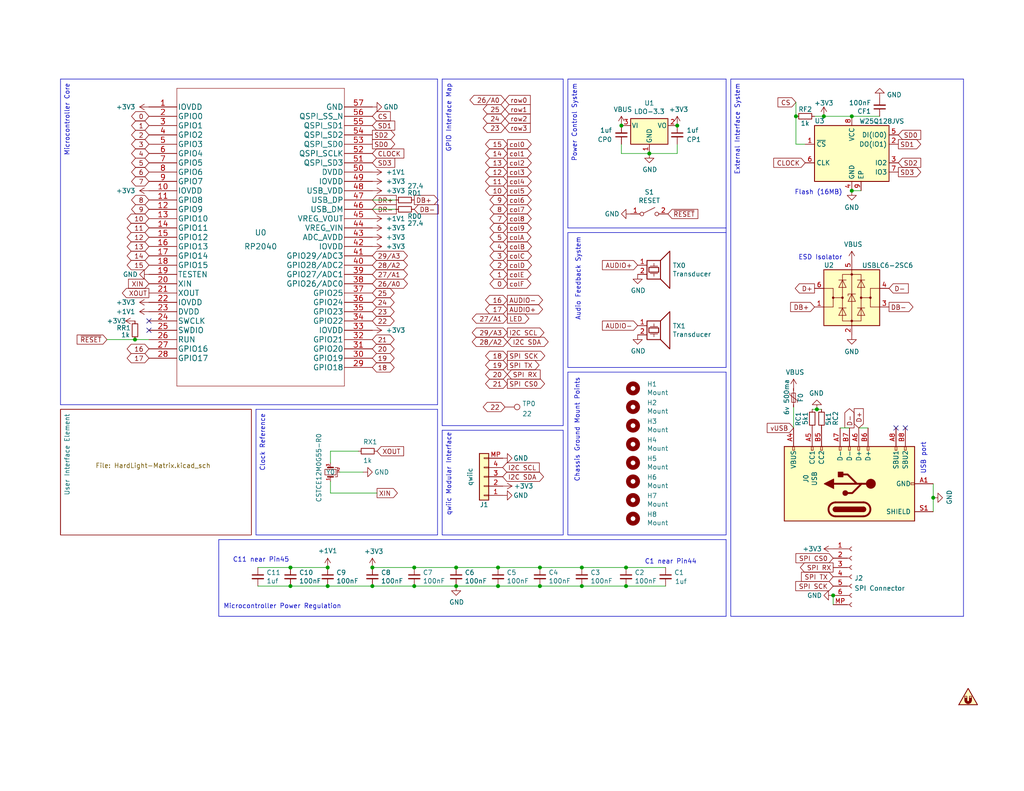
<source format=kicad_sch>
(kicad_sch (version 20230121) (generator eeschema)
  (paper "USLetter")
  (title_block (title "Hard Light") (date "2022-05-20") (rev "Mark 7") (company "Everywhere Defense Industries") (comment 1 "RP2040 main core"))
  (lib_symbols
    (symbol "+3V3_1" (power) (pin_names (offset 0))
      (property "Value" "+3V3_1" (at 0 3.556 0))
      (symbol "+3V3_1_1_1"
        (pin power_in line (at 0 0 90) (length 0) hide (name "+3V3") (number "1"))
      )
    )
    (symbol "Connector:Conn_01x07_Female" (pin_names (offset 1.016) hide)
      (property "Reference" "J2" (at 0.7112 -0.3615 0))
      (property "Value" "SPI Connector" (at 0.7112 -3.1366 0))
      (symbol "Conn_01x07_Female_1_1"
        (pin passive line (at -5.08 7.62 0) (length 3.81) (name "Pin_1") (number "1"))
        (pin passive line (at -5.08 5.08 0) (length 3.81) (name "Pin_2") (number "2"))
        (pin passive line (at -5.08 2.54 0) (length 3.81) (name "Pin_3") (number "3"))
        (pin passive line (at -5.08 0 0) (length 3.81) (name "Pin_4") (number "4"))
        (pin passive line (at -5.08 -2.54 0) (length 3.81) (name "Pin_5") (number "5"))
        (pin passive line (at -5.08 -5.08 0) (length 3.81) (name "Pin_6") (number "6"))
        (pin passive line (at -5.08 -7.62 0) (length 3.81) (name "MP") (number "MP"))
      )
    )
    (symbol "Connector:TestPoint" (pin_numbers hide) (pin_names (offset 0.762) hide)
      (property "Reference" "TP" (at 0 6.858 0))
      (property "Value" "TestPoint" (at 0 5.08 0))
      (symbol "TestPoint_1_1"
        (pin passive line (at 0 0 90) (length 2.54) (name "1") (number "1"))
      )
    )
    (symbol "Connector_Generic:Conn_01x05" (pin_names (offset 1.016) hide)
      (property "Reference" "J1" (at 0 7.62 0))
      (property "Value" "qwiic" (at -2.54 1.27 90))
      (symbol "Conn_01x05_1_1"
        (pin passive line (at -5.08 5.08 0) (length 3.81) (name "Pin_1") (number "1"))
        (pin passive line (at -5.08 2.54 0) (length 3.81) (name "Pin_2") (number "2"))
        (pin passive line (at -5.08 0 0) (length 3.81) (name "Pin_3") (number "3"))
        (pin passive line (at -5.08 -2.54 0) (length 3.81) (name "Pin_4") (number "4"))
        (pin passive line (at -5.08 -5.08 0) (length 3.81) (name "MP") (number "MP"))
      )
    )
    (symbol "Device:C_Small" (pin_numbers hide) (pin_names (offset 0.254) hide)
      (property "Reference" "C" (at 0.254 1.778 0))
      (property "Value" "Device_C_Small" (at 0.254 -2.032 0))
      (symbol "C_Small_1_1"
        (pin passive line (at 0 2.54 270) (length 2.032) (name "~") (number "1"))
        (pin passive line (at 0 -2.54 90) (length 2.032) (name "~") (number "2"))
      )
    )
    (symbol "Device:Crystal_GND2_Small" (pin_names (offset 1.016) hide)
      (property "Reference" "Y" (at 0 5.08 0))
      (property "Value" "Crystal_GND2_Small" (at 0 3.175 0))
      (symbol "Crystal_GND2_Small_1_1"
        (pin passive line (at -2.54 0 0) (length 1.27) (name "1") (number "1"))
        (pin passive line (at 0 -2.54 90) (length 0.635) (name "2") (number "2"))
        (pin passive line (at 2.54 0 180) (length 1.27) (name "3") (number "3"))
      )
    )
    (symbol "Device:Polyfuse_Small" (pin_numbers hide) (pin_names (offset 0))
      (property "Reference" "F" (at -1.905 0 90))
      (property "Value" "Device_Polyfuse_Small" (at 1.905 0 90))
      (symbol "Polyfuse_Small_1_1"
        (pin passive line (at 0 2.54 270) (length 0.635) (name "~") (number "1"))
        (pin passive line (at 0 -2.54 90) (length 0.635) (name "~") (number "2"))
      )
    )
    (symbol "Device:R_Small" (pin_numbers hide) (pin_names (offset 0.254) hide)
      (property "Reference" "R" (at 0.762 0.508 0))
      (property "Value" "Device_R_Small" (at 0.762 -1.016 0))
      (symbol "R_Small_1_1"
        (pin passive line (at 0 2.54 270) (length 0.762) (name "~") (number "1"))
        (pin passive line (at 0 -2.54 90) (length 0.762) (name "~") (number "2"))
      )
    )
    (symbol "Device:Speaker_Crystal" (pin_names (offset 0) hide)
      (property "Reference" "LS" (at 0.635 5.715 0))
      (property "Value" "Device_Speaker_Crystal" (at 0.635 3.81 0))
      (symbol "Speaker_Crystal_1_1"
        (pin input line (at -5.08 0 0) (length 2.54) (name "1") (number "1"))
        (pin input line (at -5.08 -2.54 0) (length 2.54) (name "2") (number "2"))
      )
    )
    (symbol "GND_1" (power) (pin_names (offset 0))
      (property "Value" "GND_1" (at 0 -3.81 0))
      (symbol "GND_1_1_1"
        (pin power_in line (at 0 0 270) (length 0) hide (name "GND") (number "1"))
      )
    )
    (symbol "Graphic:SYM_Magnet_Small" (pin_names (offset 1.016) hide))
    (symbol "HL-Mk2-rescue:USB_C_Receptacle_USB2.0-Connector" (pin_names (offset 1.016))
      (property "Reference" "J" (at -10.16 19.05 0))
      (property "Value" "USB_C_Receptacle_USB2.0-Connector" (at 19.05 19.05 0))
      (symbol "USB_C_Receptacle_USB2.0-Connector_1_1"
        (pin power_in line (at 0 -22.86 90) (length 5.08) (name "GND") (number "A1"))
        (pin passive line (at 0 -22.86 90) (length 5.08) hide (name "GND") (number "A12"))
        (pin power_in line (at 15.24 15.24 180) (length 5.08) (name "VBUS") (number "A4"))
        (pin bidirectional line (at 15.24 10.16 180) (length 5.08) (name "CC1") (number "A5"))
        (pin bidirectional line (at 15.24 -2.54 180) (length 5.08) (name "D+") (number "A6"))
        (pin bidirectional line (at 15.24 2.54 180) (length 5.08) (name "D-") (number "A7"))
        (pin bidirectional line (at 15.24 -12.7 180) (length 5.08) (name "SBU1") (number "A8"))
        (pin passive line (at 15.24 15.24 180) (length 5.08) hide (name "VBUS") (number "A9"))
        (pin passive line (at 0 -22.86 90) (length 5.08) hide (name "GND") (number "B1"))
        (pin passive line (at 0 -22.86 90) (length 5.08) hide (name "GND") (number "B12"))
        (pin passive line (at 15.24 15.24 180) (length 5.08) hide (name "VBUS") (number "B4"))
        (pin bidirectional line (at 15.24 7.62 180) (length 5.08) (name "CC2") (number "B5"))
        (pin bidirectional line (at 15.24 -5.08 180) (length 5.08) (name "D+") (number "B6"))
        (pin bidirectional line (at 15.24 0 180) (length 5.08) (name "D-") (number "B7"))
        (pin bidirectional line (at 15.24 -15.24 180) (length 5.08) (name "SBU2") (number "B8"))
        (pin passive line (at 15.24 15.24 180) (length 5.08) hide (name "VBUS") (number "B9"))
        (pin passive line (at -7.62 -22.86 90) (length 5.08) (name "SHIELD") (number "S1"))
      )
    )
    (symbol "Mechanical:MountingHole" (pin_names (offset 1.016))
      (property "Reference" "H" (at 0 5.08 0))
      (property "Value" "MountingHole" (at 0 3.175 0))
    )
    (symbol "Memory_Flash:W25Q32JVZP"
      (property "Reference" "U" (at -8.89 8.89 0))
      (property "Value" "W25Q32JVZP" (at 7.62 8.89 0))
      (symbol "W25Q32JVZP_1_1"
        (pin input line (at -12.7 2.54 0) (length 2.54) (name "~{CS}") (number "1"))
        (pin bidirectional line (at 12.7 2.54 180) (length 2.54) (name "DO(IO1)") (number "2"))
        (pin bidirectional line (at 12.7 -2.54 180) (length 2.54) (name "IO2") (number "3"))
        (pin power_in line (at 0 -10.16 90) (length 2.54) (name "GND") (number "4"))
        (pin bidirectional line (at 12.7 5.08 180) (length 2.54) (name "DI(IO0)") (number "5"))
        (pin input line (at -12.7 -2.54 0) (length 2.54) (name "CLK") (number "6"))
        (pin bidirectional line (at 12.7 -5.08 180) (length 2.54) (name "IO3") (number "7"))
        (pin power_in line (at 0 10.16 270) (length 2.54) (name "VCC") (number "8"))
        (pin passive line (at 2.54 -10.16 90) (length 2.54) (name "EP") (number "9"))
      )
    )
    (symbol "Power_Protection:USBLC6-2SC6" (pin_names hide)
      (property "Reference" "U" (at 2.54 8.89 0))
      (property "Value" "USBLC6-2SC6" (at 2.54 -8.89 0))
      (symbol "USBLC6-2SC6_1_1"
        (pin passive line (at -10.16 -2.54 0) (length 2.54) (name "I/O1") (number "1"))
        (pin passive line (at 0 -10.16 90) (length 2.54) (name "GND") (number "2"))
        (pin passive line (at 10.16 -2.54 180) (length 2.54) (name "I/O2") (number "3"))
        (pin passive line (at 10.16 2.54 180) (length 2.54) (name "I/O2") (number "4"))
        (pin passive line (at 0 10.16 270) (length 2.54) (name "VBUS") (number "5"))
        (pin passive line (at -10.16 2.54 0) (length 2.54) (name "I/O1") (number "6"))
      )
    )
    (symbol "RP2040:RP2040" (pin_names (offset 0.254))
      (property "Reference" "U" (at 30.48 10.16 0))
      (property "Value" "RP2040" (at 30.48 7.62 0))
      (symbol "RP2040_1_1"
        (pin power_in line (at 0 0 0) (length 7.62) (name "IOVDD") (number "1"))
        (pin power_in line (at 0 -22.86 0) (length 7.62) (name "IOVDD") (number "10"))
        (pin bidirectional line (at 0 -25.4 0) (length 7.62) (name "GPIO8") (number "11"))
        (pin bidirectional line (at 0 -27.94 0) (length 7.62) (name "GPIO9") (number "12"))
        (pin bidirectional line (at 0 -30.48 0) (length 7.62) (name "GPIO10") (number "13"))
        (pin bidirectional line (at 0 -33.02 0) (length 7.62) (name "GPIO11") (number "14"))
        (pin bidirectional line (at 0 -35.56 0) (length 7.62) (name "GPIO12") (number "15"))
        (pin bidirectional line (at 0 -38.1 0) (length 7.62) (name "GPIO13") (number "16"))
        (pin bidirectional line (at 0 -40.64 0) (length 7.62) (name "GPIO14") (number "17"))
        (pin bidirectional line (at 0 -43.18 0) (length 7.62) (name "GPIO15") (number "18"))
        (pin unspecified line (at 0 -45.72 0) (length 7.62) (name "TESTEN") (number "19"))
        (pin bidirectional line (at 0 -2.54 0) (length 7.62) (name "GPIO0") (number "2"))
        (pin unspecified line (at 0 -48.26 0) (length 7.62) (name "XIN") (number "20"))
        (pin output line (at 0 -50.8 0) (length 7.62) (name "XOUT") (number "21"))
        (pin power_in line (at 0 -53.34 0) (length 7.62) (name "IOVDD") (number "22"))
        (pin power_in line (at 0 -55.88 0) (length 7.62) (name "DVDD") (number "23"))
        (pin unspecified line (at 0 -58.42 0) (length 7.62) (name "SWCLK") (number "24"))
        (pin unspecified line (at 0 -60.96 0) (length 7.62) (name "SWDIO") (number "25"))
        (pin unspecified line (at 0 -63.5 0) (length 7.62) (name "RUN") (number "26"))
        (pin bidirectional line (at 0 -66.04 0) (length 7.62) (name "GPIO16") (number "27"))
        (pin bidirectional line (at 0 -68.58 0) (length 7.62) (name "GPIO17") (number "28"))
        (pin bidirectional line (at 60.96 -71.12 180) (length 7.62) (name "GPIO18") (number "29"))
        (pin bidirectional line (at 0 -5.08 0) (length 7.62) (name "GPIO1") (number "3"))
        (pin bidirectional line (at 60.96 -68.58 180) (length 7.62) (name "GPIO19") (number "30"))
        (pin bidirectional line (at 60.96 -66.04 180) (length 7.62) (name "GPIO20") (number "31"))
        (pin bidirectional line (at 60.96 -63.5 180) (length 7.62) (name "GPIO21") (number "32"))
        (pin power_in line (at 60.96 -60.96 180) (length 7.62) (name "IOVDD") (number "33"))
        (pin bidirectional line (at 60.96 -58.42 180) (length 7.62) (name "GPIO22") (number "34"))
        (pin bidirectional line (at 60.96 -55.88 180) (length 7.62) (name "GPIO23") (number "35"))
        (pin bidirectional line (at 60.96 -53.34 180) (length 7.62) (name "GPIO24") (number "36"))
        (pin bidirectional line (at 60.96 -50.8 180) (length 7.62) (name "GPIO25") (number "37"))
        (pin bidirectional line (at 60.96 -48.26 180) (length 7.62) (name "GPIO26/ADC0") (number "38"))
        (pin bidirectional line (at 60.96 -45.72 180) (length 7.62) (name "GPIO27/ADC1") (number "39"))
        (pin bidirectional line (at 0 -7.62 0) (length 7.62) (name "GPIO2") (number "4"))
        (pin bidirectional line (at 60.96 -43.18 180) (length 7.62) (name "GPIO28/ADC2") (number "40"))
        (pin bidirectional line (at 60.96 -40.64 180) (length 7.62) (name "GPIO29/ADC3") (number "41"))
        (pin power_in line (at 60.96 -38.1 180) (length 7.62) (name "IOVDD") (number "42"))
        (pin power_in line (at 60.96 -35.56 180) (length 7.62) (name "ADC_AVDD") (number "43"))
        (pin unspecified line (at 60.96 -33.02 180) (length 7.62) (name "VREG_VIN") (number "44"))
        (pin output line (at 60.96 -30.48 180) (length 7.62) (name "VREG_VOUT") (number "45"))
        (pin unspecified line (at 60.96 -27.94 180) (length 7.62) (name "USB_DM") (number "46"))
        (pin unspecified line (at 60.96 -25.4 180) (length 7.62) (name "USB_DP") (number "47"))
        (pin power_in line (at 60.96 -22.86 180) (length 7.62) (name "USB_VDD") (number "48"))
        (pin power_in line (at 60.96 -20.32 180) (length 7.62) (name "IOVDD") (number "49"))
        (pin bidirectional line (at 0 -10.16 0) (length 7.62) (name "GPIO3") (number "5"))
        (pin power_in line (at 60.96 -17.78 180) (length 7.62) (name "DVDD") (number "50"))
        (pin bidirectional line (at 60.96 -15.24 180) (length 7.62) (name "QSPI_SD3") (number "51"))
        (pin unspecified line (at 60.96 -12.7 180) (length 7.62) (name "QSPI_SCLK") (number "52"))
        (pin bidirectional line (at 60.96 -10.16 180) (length 7.62) (name "QSPI_SD0") (number "53"))
        (pin bidirectional line (at 60.96 -7.62 180) (length 7.62) (name "QSPI_SD2") (number "54"))
        (pin bidirectional line (at 60.96 -5.08 180) (length 7.62) (name "QSPI_SD1") (number "55"))
        (pin unspecified line (at 60.96 -2.54 180) (length 7.62) (name "QSPI_SS_N") (number "56"))
        (pin power_in line (at 60.96 0 180) (length 7.62) (name "GND") (number "57"))
        (pin bidirectional line (at 0 -12.7 0) (length 7.62) (name "GPIO4") (number "6"))
        (pin bidirectional line (at 0 -15.24 0) (length 7.62) (name "GPIO5") (number "7"))
        (pin bidirectional line (at 0 -17.78 0) (length 7.62) (name "GPIO6") (number "8"))
        (pin bidirectional line (at 0 -20.32 0) (length 7.62) (name "GPIO7") (number "9"))
      )
    )
    (symbol "Regulator_Linear:LD1117S33TR_SOT223" (pin_names (offset 0.254))
      (property "Reference" "U" (at -3.81 3.175 0))
      (property "Value" "Regulator_Linear_LD1117S33TR_SOT223" (at 0 3.175 0))
      (symbol "LD1117S33TR_SOT223_1_1"
        (pin power_in line (at 0 -7.62 90) (length 2.54) (name "GND") (number "1"))
        (pin power_out line (at 7.62 0 180) (length 2.54) (name "VO") (number "2"))
        (pin power_in line (at -7.62 0 0) (length 2.54) (name "VI") (number "3"))
      )
    )
    (symbol "Switch:SW_SPST" (pin_names (offset 0) hide)
      (property "Reference" "SW" (at 0 3.175 0))
      (property "Value" "Switch_SW_SPST" (at 0 -2.54 0))
      (symbol "SW_SPST_1_1"
        (pin passive line (at -5.08 0 0) (length 2.54) (name "A") (number "1"))
        (pin passive line (at 5.08 0 180) (length 2.54) (name "B") (number "2"))
      )
    )
    (symbol "power:+1V1" (power) (pin_names (offset 0))
      (property "Value" "+1V1" (at 0 3.556 0))
      (symbol "+1V1_1_1"
        (pin power_in line (at 0 0 90) (length 0) hide (name "+1V1") (number "1"))
      )
    )
    (symbol "power:+3V3" (power) (pin_names (offset 0))
      (property "Value" "power_+3V3" (at 0 3.556 0))
      (symbol "+3V3_1_1"
        (pin power_in line (at 0 0 90) (length 0) hide (name "+3V3") (number "1"))
      )
    )
    (symbol "power:GND" (power) (pin_names (offset 0))
      (property "Value" "power_GND" (at 0 -3.81 0))
      (symbol "GND_1_1"
        (pin power_in line (at 0 0 270) (length 0) hide (name "GND") (number "1"))
      )
    )
    (symbol "power:VBUS" (power) (pin_names (offset 0))
      (property "Value" "power_VBUS" (at 0 3.81 0))
      (symbol "VBUS_1_1"
        (pin power_in line (at 0 0 90) (length 0) hide (name "VBUS") (number "1"))
      )
    )
  )
  (junction (at 177.165 41.91))
  (junction (at 158.75 160.02))
  (junction (at 232.41 52.07))
  (junction (at 124.46 154.94))
  (junction (at 254.635 135.89))
  (junction (at 170.815 154.94))
  (junction (at 224.79 31.75))
  (junction (at 169.545 34.29))
  (junction (at 170.815 160.02))
  (junction (at 101.6 154.94))
  (junction (at 89.408 160.02))
  (junction (at 79.248 160.02))
  (junction (at 101.6 160.02))
  (junction (at 135.89 160.02))
  (junction (at 217.17 31.75))
  (junction (at 147.32 160.02))
  (junction (at 113.03 154.94))
  (junction (at 36.83 92.71))
  (junction (at 222.885 111.76))
  (junction (at 89.408 154.94))
  (junction (at 113.03 160.02))
  (junction (at 124.46 160.02))
  (junction (at 147.32 154.94))
  (junction (at 79.248 154.94))
  (junction (at 184.785 34.29))
  (junction (at 227.33 162.56))
  (junction (at 158.75 154.94))
  (junction (at 232.41 31.75))
  (junction (at 135.89 154.94))
  (no_connect (at 40.64 87.63))
  (no_connect (at 40.64 90.17))
  (no_connect (at 247.015 116.84))
  (no_connect (at 244.475 116.84))
  (wire (pts (xy 113.03 154.94) (xy 101.6 154.94)))
  (wire (pts (xy 224.79 31.75) (xy 232.41 31.75)))
  (polyline (pts (xy 69.85 111.76) (xy 69.85 146.05)))
  (wire (pts (xy 217.17 39.37) (xy 219.71 39.37)))
  (wire (pts (xy 89.408 160.02) (xy 101.6 160.02)))
  (polyline (pts (xy 154.94 100.33) (xy 198.12 100.33)))
  (wire (pts (xy 92.71 128.905) (xy 99.06 128.905)))
  (polyline (pts (xy 154.94 62.23) (xy 198.12 62.23)))
  (polyline (pts (xy 199.39 21.59) (xy 262.89 21.59)))
  (wire (pts (xy 236.855 116.84) (xy 234.315 116.84)))
  (polyline (pts (xy 119.38 110.49) (xy 16.51 110.49)))
  (polyline (pts (xy 198.12 101.6) (xy 198.12 146.05)))
  (wire (pts (xy 170.815 160.02) (xy 181.61 160.02)))
  (wire (pts (xy 232.41 52.07) (xy 234.95 52.07)))
  (wire (pts (xy 124.46 154.94) (xy 113.03 154.94)))
  (polyline (pts (xy 16.51 21.59) (xy 119.38 21.59)))
  (wire (pts (xy 135.89 154.94) (xy 124.46 154.94)))
  (polyline (pts (xy 120.65 116.205) (xy 153.67 116.205)))
  (polyline (pts (xy 120.65 21.59) (xy 120.65 116.205)))
  (polyline (pts (xy 262.89 168.275) (xy 199.39 168.275)))
  (polyline (pts (xy 198.12 21.59) (xy 198.12 62.23)))
  (wire (pts (xy 158.75 160.02) (xy 170.815 160.02)))
  (wire (pts (xy 222.885 111.76) (xy 221.615 111.76)))
  (polyline (pts (xy 154.94 101.6) (xy 198.12 101.6)))
  (wire (pts (xy 70.358 154.94) (xy 79.248 154.94)))
  (wire (pts (xy 184.785 41.91) (xy 184.785 39.37)))
  (wire (pts (xy 147.32 154.94) (xy 135.89 154.94)))
  (wire (pts (xy 79.248 154.94) (xy 89.408 154.94)))
  (wire (pts (xy 227.33 162.56) (xy 227.33 165.1)))
  (polyline (pts (xy 154.94 21.59) (xy 154.94 62.23)))
  (wire (pts (xy 170.815 154.94) (xy 181.61 154.94)))
  (wire (pts (xy 224.155 111.76) (xy 222.885 111.76)))
  (wire (pts (xy 90.17 134.62) (xy 102.87 134.62)))
  (polyline (pts (xy 59.69 168.275) (xy 59.69 147.32)))
  (wire (pts (xy 79.248 160.02) (xy 89.408 160.02)))
  (polyline (pts (xy 153.67 21.59) (xy 120.65 21.59)))
  (polyline (pts (xy 154.94 146.05) (xy 154.94 101.6)))
  (wire (pts (xy 222.25 31.75) (xy 224.79 31.75)))
  (polyline (pts (xy 69.85 146.05) (xy 119.38 146.05)))
  (wire (pts (xy 232.41 31.75) (xy 240.03 31.75)))
  (polyline (pts (xy 198.12 168.275) (xy 198.12 147.32)))
  (wire (pts (xy 158.75 154.94) (xy 170.815 154.94)))
  (polyline (pts (xy 198.12 63.5) (xy 154.94 63.5)))
  (polyline (pts (xy 120.65 146.05) (xy 153.67 146.05)))
  (polyline (pts (xy 153.67 117.475) (xy 120.65 117.475)))
  (wire (pts (xy 29.21 92.71) (xy 36.83 92.71)))
  (polyline (pts (xy 153.67 116.205) (xy 153.67 21.59)))
  (wire (pts (xy 147.32 160.02) (xy 135.89 160.02)))
  (wire (pts (xy 169.545 39.37) (xy 169.545 41.91)))
  (polyline (pts (xy 198.12 100.33) (xy 198.12 62.23)))
  (wire (pts (xy 36.83 92.71) (xy 40.64 92.71)))
  (wire (pts (xy 231.775 116.84) (xy 229.235 116.84)))
  (wire (pts (xy 177.165 41.91) (xy 184.785 41.91)))
  (wire (pts (xy 90.17 131.445) (xy 90.17 134.62)))
  (wire (pts (xy 217.17 31.75) (xy 217.17 39.37)))
  (wire (pts (xy 158.75 154.94) (xy 147.32 154.94)))
  (wire (pts (xy 216.535 111.125) (xy 216.535 116.84)))
  (polyline (pts (xy 119.38 111.76) (xy 119.38 146.05)))
  (wire (pts (xy 217.17 27.94) (xy 217.17 31.75)))
  (wire (pts (xy 113.03 160.02) (xy 101.6 160.02)))
  (wire (pts (xy 158.75 160.02) (xy 147.32 160.02)))
  (polyline (pts (xy 198.12 146.05) (xy 154.94 146.05)))
  (wire (pts (xy 70.358 160.02) (xy 79.248 160.02)))
  (polyline (pts (xy 16.51 110.49) (xy 16.51 21.59)))
  (wire (pts (xy 169.545 41.91) (xy 177.165 41.91)))
  (wire (pts (xy 101.6 57.15) (xy 107.95 57.15)))
  (polyline (pts (xy 119.38 21.59) (xy 119.38 110.49)))
  (wire (pts (xy 254.635 135.89) (xy 254.635 132.08)))
  (polyline (pts (xy 262.89 21.59) (xy 262.89 168.275)))
  (polyline (pts (xy 154.94 63.5) (xy 154.94 100.33)))
  (wire (pts (xy 90.17 123.19) (xy 90.17 126.365)))
  (polyline (pts (xy 198.12 21.59) (xy 154.94 21.59)))
  (wire (pts (xy 135.89 160.02) (xy 124.46 160.02)))
  (wire (pts (xy 90.17 123.19) (xy 97.79 123.19)))
  (polyline (pts (xy 199.39 168.275) (xy 199.39 21.59)))
  (wire (pts (xy 124.46 160.02) (xy 113.03 160.02)))
  (wire (pts (xy 101.6 54.61) (xy 107.95 54.61)))
  (wire (pts (xy 254.635 139.7) (xy 254.635 135.89)))
  (polyline (pts (xy 153.67 146.05) (xy 153.67 117.475)))
  (polyline (pts (xy 119.38 111.76) (xy 69.85 111.76)))
  (polyline (pts (xy 198.12 147.32) (xy 59.69 147.32)))
  (polyline (pts (xy 120.65 117.475) (xy 120.65 146.05)))
  (polyline (pts (xy 59.69 168.275) (xy 198.12 168.275)))
  (text "ESD Isolator" (at 229.87 71.12 0) (effects (font (size 1.27 1.27)) (justify right bottom)))
  (text "USB port" (at 252.73 129.54 90) (effects (font (size 1.27 1.27)) (justify left bottom)))
  (text "Audio Feedback System" (at 158.496 64.77 90) (effects (font (size 1.27 1.27)) (justify right bottom)))
  (text "Flash (16MB)" (at 229.87 53.34 0) (effects (font (size 1.27 1.27)) (justify right bottom)))
  (text "Microcontroller Core" (at 19.05 22.86 90) (effects (font (size 1.27 1.27)) (justify right bottom)))
  (text "qwiic Modular Interface" (at 123.19 118.11 90) (effects (font (size 1.27 1.27)) (justify right bottom)))
  (text "Chassis Ground Mount Points" (at 158.242 103.124 90) (effects (font (size 1.27 1.27)) (justify right bottom)))
  (text "C11 near Pin45" (at 63.5 153.67 0) (effects (font (size 1.27 1.27)) (justify left bottom)))
  (text "C1 near Pin44" (at 175.895 154.178 0) (effects (font (size 1.27 1.27)) (justify left bottom)))
  (text "Microcontroller Power Regulation" (at 60.96 166.37 0) (effects (font (size 1.27 1.27)) (justify left bottom)))
  (text "Power Control System" (at 157.48 22.86 90) (effects (font (size 1.27 1.27)) (justify right bottom)))
  (text "External Interface System" (at 201.93 22.86 90) (effects (font (size 1.27 1.27)) (justify right bottom)))
  (text "Clock Reference" (at 72.39 113.03 90) (effects (font (size 1.27 1.27)) (justify right bottom)))
  (text "GPIO Interface Map" (at 123.19 22.86 90) (effects (font (size 1.27 1.27)) (justify right bottom)))
  (global_label "vUSB" (shape input) (at 216.535 116.84 180) (property "Intersheetrefs" "${INTERSHEET_REFS}" (effects hide)))
  (global_label "XOUT" (shape input) (at 102.87 123.19 0) (property "Intersheetrefs" "${INTERSHEET_REFS}" (effects hide)))
  (global_label "CS" (shape input) (at 101.6 31.75 0) (property "Intersheetrefs" "${INTERSHEET_REFS}" (effects hide)))
  (global_label "I2C SCL" (shape output) (at 138.43 90.805 0) (property "Intersheetrefs" "${INTERSHEET_REFS}" (effects hide)))
  (global_label "AUDIO+" (shape input) (at 173.99 72.39 180) (property "Intersheetrefs" "${INTERSHEET_REFS}" (effects hide)))
  (global_label "2" (shape bidirectional) (at 138.43 72.39 180) (property "Intersheetrefs" "${INTERSHEET_REFS}" (effects hide)))
  (global_label "col8" (shape output) (at 138.43 59.69 0) (property "Intersheetrefs" "${INTERSHEET_REFS}" (effects hide)))
  (global_label "19" (shape bidirectional) (at 101.6 97.79 0) (property "Intersheetrefs" "${INTERSHEET_REFS}" (effects hide)))
  (global_label "25" (shape bidirectional) (at 137.795 29.845 180) (property "Intersheetrefs" "${INTERSHEET_REFS}" (effects hide)))
  (global_label "col1" (shape output) (at 138.43 41.91 0) (property "Intersheetrefs" "${INTERSHEET_REFS}" (effects hide)))
  (global_label "SD1" (shape output) (at 245.11 39.37 0) (property "Intersheetrefs" "${INTERSHEET_REFS}" (effects hide)))
  (global_label "col0" (shape output) (at 138.43 39.37 0) (property "Intersheetrefs" "${INTERSHEET_REFS}" (effects hide)))
  (global_label "16" (shape bidirectional) (at 138.43 81.915 180) (property "Intersheetrefs" "${INTERSHEET_REFS}" (effects hide)))
  (global_label "I2C SDA" (shape bidirectional) (at 137.16 130.175 0) (property "Intersheetrefs" "${INTERSHEET_REFS}" (effects hide)))
  (global_label "DB-" (shape input) (at 113.03 57.15 0) (property "Intersheetrefs" "${INTERSHEET_REFS}" (effects hide)))
  (global_label "7" (shape bidirectional) (at 138.43 59.69 180) (property "Intersheetrefs" "${INTERSHEET_REFS}" (effects hide)))
  (global_label "colF" (shape output) (at 138.43 77.47 0) (property "Intersheetrefs" "${INTERSHEET_REFS}" (effects hide)))
  (global_label "1" (shape bidirectional) (at 138.43 74.93 180) (property "Intersheetrefs" "${INTERSHEET_REFS}" (effects hide)))
  (global_label "D+" (shape output) (at 222.25 78.74 180) (property "Intersheetrefs" "${INTERSHEET_REFS}" (effects hide)))
  (global_label "26{slash}A0" (shape bidirectional) (at 137.795 27.305 180) (property "Intersheetrefs" "${INTERSHEET_REFS}" (effects hide)))
  (global_label "col6" (shape output) (at 138.43 54.61 0) (property "Intersheetrefs" "${INTERSHEET_REFS}" (effects hide)))
  (global_label "colB" (shape output) (at 138.43 67.31 0) (property "Intersheetrefs" "${INTERSHEET_REFS}" (effects hide)))
  (global_label "0" (shape bidirectional) (at 40.64 31.75 180) (property "Intersheetrefs" "${INTERSHEET_REFS}" (effects hide)))
  (global_label "D-" (shape output) (at 231.775 116.84 90) (property "Intersheetrefs" "${INTERSHEET_REFS}" (effects hide)))
  (global_label "11" (shape bidirectional) (at 40.64 62.23 180) (property "Intersheetrefs" "${INTERSHEET_REFS}" (effects hide)))
  (global_label "CS" (shape input) (at 217.17 27.94 180) (property "Intersheetrefs" "${INTERSHEET_REFS}" (effects hide)))
  (global_label "24" (shape bidirectional) (at 101.6 82.55 0) (property "Intersheetrefs" "${INTERSHEET_REFS}" (effects hide)))
  (global_label "CLOCK" (shape input) (at 101.6 41.91 0) (property "Intersheetrefs" "${INTERSHEET_REFS}" (effects hide)))
  (global_label "5" (shape bidirectional) (at 138.43 64.77 180) (property "Intersheetrefs" "${INTERSHEET_REFS}" (effects hide)))
  (global_label "25" (shape bidirectional) (at 101.6 80.01 0) (property "Intersheetrefs" "${INTERSHEET_REFS}" (effects hide)))
  (global_label "AUDIO-" (shape input) (at 173.99 88.9 180) (property "Intersheetrefs" "${INTERSHEET_REFS}" (effects hide)))
  (global_label "SD3" (shape output) (at 245.11 46.99 0) (property "Intersheetrefs" "${INTERSHEET_REFS}" (effects hide)))
  (global_label "20" (shape bidirectional) (at 138.43 102.235 180) (property "Intersheetrefs" "${INTERSHEET_REFS}" (effects hide)))
  (global_label "SD3" (shape input) (at 101.6 44.45 0) (property "Intersheetrefs" "${INTERSHEET_REFS}" (effects hide)))
  (global_label "3" (shape bidirectional) (at 40.64 39.37 180) (property "Intersheetrefs" "${INTERSHEET_REFS}" (effects hide)))
  (global_label "~{RESET}" (shape input) (at 29.21 92.71 180) (property "Intersheetrefs" "${INTERSHEET_REFS}" (effects hide)))
  (global_label "9" (shape bidirectional) (at 138.43 54.61 180) (property "Intersheetrefs" "${INTERSHEET_REFS}" (effects hide)))
  (global_label "12" (shape bidirectional) (at 138.43 46.99 180) (property "Intersheetrefs" "${INTERSHEET_REFS}" (effects hide)))
  (global_label "27{slash}A1" (shape bidirectional) (at 101.6 74.93 0) (property "Intersheetrefs" "${INTERSHEET_REFS}" (effects hide)))
  (global_label "CLOCK" (shape input) (at 219.71 44.45 180) (property "Intersheetrefs" "${INTERSHEET_REFS}" (effects hide)))
  (global_label "24" (shape bidirectional) (at 137.795 32.385 180) (property "Intersheetrefs" "${INTERSHEET_REFS}" (effects hide)))
  (global_label "DB+" (shape input) (at 222.25 83.82 180) (property "Intersheetrefs" "${INTERSHEET_REFS}" (effects hide)))
  (global_label "13" (shape bidirectional) (at 40.64 67.31 180) (property "Intersheetrefs" "${INTERSHEET_REFS}" (effects hide)))
  (global_label "SD1" (shape input) (at 101.6 34.29 0) (property "Intersheetrefs" "${INTERSHEET_REFS}" (effects hide)))
  (global_label "colD" (shape output) (at 138.43 72.39 0) (property "Intersheetrefs" "${INTERSHEET_REFS}" (effects hide)))
  (global_label "21" (shape bidirectional) (at 101.6 92.71 0) (property "Intersheetrefs" "${INTERSHEET_REFS}" (effects hide)))
  (global_label "XIN" (shape input) (at 40.64 77.47 180) (property "Intersheetrefs" "${INTERSHEET_REFS}" (effects hide)))
  (global_label "7" (shape bidirectional) (at 40.64 49.53 180) (property "Intersheetrefs" "${INTERSHEET_REFS}" (effects hide)))
  (global_label "~{RESET}" (shape input) (at 182.245 58.42 0) (property "Intersheetrefs" "${INTERSHEET_REFS}" (effects hide)))
  (global_label "28{slash}A2" (shape bidirectional) (at 138.43 93.345 180) (property "Intersheetrefs" "${INTERSHEET_REFS}" (effects hide)))
  (global_label "col2" (shape output) (at 138.43 44.45 0) (property "Intersheetrefs" "${INTERSHEET_REFS}" (effects hide)))
  (global_label "18" (shape bidirectional) (at 138.43 97.155 180) (property "Intersheetrefs" "${INTERSHEET_REFS}" (effects hide)))
  (global_label "2" (shape bidirectional) (at 40.64 36.83 180) (property "Intersheetrefs" "${INTERSHEET_REFS}" (effects hide)))
  (global_label "15" (shape bidirectional) (at 138.43 39.37 180) (property "Intersheetrefs" "${INTERSHEET_REFS}" (effects hide)))
  (global_label "14" (shape bidirectional) (at 40.64 69.85 180) (property "Intersheetrefs" "${INTERSHEET_REFS}" (effects hide)))
  (global_label "15" (shape bidirectional) (at 40.64 72.39 180) (property "Intersheetrefs" "${INTERSHEET_REFS}" (effects hide)))
  (global_label "SD0" (shape input) (at 245.11 36.83 0) (property "Intersheetrefs" "${INTERSHEET_REFS}" (effects hide)))
  (global_label "D-" (shape input) (at 242.57 78.74 0) (property "Intersheetrefs" "${INTERSHEET_REFS}" (effects hide)))
  (global_label "XIN" (shape output) (at 102.87 134.62 0) (property "Intersheetrefs" "${INTERSHEET_REFS}" (effects hide)))
  (global_label "8" (shape bidirectional) (at 138.43 57.15 180) (property "Intersheetrefs" "${INTERSHEET_REFS}" (effects hide)))
  (global_label "SD0" (shape output) (at 101.6 39.37 0) (property "Intersheetrefs" "${INTERSHEET_REFS}" (effects hide)))
  (global_label "0" (shape bidirectional) (at 138.43 77.47 180) (property "Intersheetrefs" "${INTERSHEET_REFS}" (effects hide)))
  (global_label "28{slash}A2" (shape bidirectional) (at 101.6 72.39 0) (property "Intersheetrefs" "${INTERSHEET_REFS}" (effects hide)))
  (global_label "AUDIO-" (shape output) (at 138.43 81.915 0) (property "Intersheetrefs" "${INTERSHEET_REFS}" (effects hide)))
  (global_label "26{slash}A0" (shape bidirectional) (at 101.6 77.47 0) (property "Intersheetrefs" "${INTERSHEET_REFS}" (effects hide)))
  (global_label "22" (shape bidirectional) (at 137.795 111.125 180) (property "Intersheetrefs" "${INTERSHEET_REFS}" (effects hide)))
  (global_label "DB+" (shape output) (at 113.03 54.61 0) (property "Intersheetrefs" "${INTERSHEET_REFS}" (effects hide)))
  (global_label "8" (shape bidirectional) (at 40.64 54.61 180) (property "Intersheetrefs" "${INTERSHEET_REFS}" (effects hide)))
  (global_label "9" (shape bidirectional) (at 40.64 57.15 180) (property "Intersheetrefs" "${INTERSHEET_REFS}" (effects hide)))
  (global_label "col9" (shape output) (at 138.43 62.23 0) (property "Intersheetrefs" "${INTERSHEET_REFS}" (effects hide)))
  (global_label "16" (shape bidirectional) (at 40.64 95.25 180) (property "Intersheetrefs" "${INTERSHEET_REFS}" (effects hide)))
  (global_label "col3" (shape output) (at 138.43 46.99 0) (property "Intersheetrefs" "${INTERSHEET_REFS}" (effects hide)))
  (global_label "row2" (shape input) (at 137.795 32.385 0) (property "Intersheetrefs" "${INTERSHEET_REFS}" (effects hide)))
  (global_label "23" (shape bidirectional) (at 101.6 85.09 0) (property "Intersheetrefs" "${INTERSHEET_REFS}" (effects hide)))
  (global_label "17" (shape bidirectional) (at 40.64 97.79 180) (property "Intersheetrefs" "${INTERSHEET_REFS}" (effects hide)))
  (global_label "AUDIO+" (shape output) (at 138.43 84.455 0) (property "Intersheetrefs" "${INTERSHEET_REFS}" (effects hide)))
  (global_label "29{slash}A3" (shape bidirectional) (at 138.43 90.805 180) (property "Intersheetrefs" "${INTERSHEET_REFS}" (effects hide)))
  (global_label "SPI TX" (shape output) (at 138.43 99.695 0) (property "Intersheetrefs" "${INTERSHEET_REFS}" (effects hide)))
  (global_label "12" (shape bidirectional) (at 40.64 64.77 180) (property "Intersheetrefs" "${INTERSHEET_REFS}" (effects hide)))
  (global_label "colA" (shape output) (at 138.43 64.77 0) (property "Intersheetrefs" "${INTERSHEET_REFS}" (effects hide)))
  (global_label "10" (shape bidirectional) (at 138.43 52.07 180) (property "Intersheetrefs" "${INTERSHEET_REFS}" (effects hide)))
  (global_label "I2C SCL" (shape input) (at 137.16 127.635 0) (property "Intersheetrefs" "${INTERSHEET_REFS}" (effects hide)))
  (global_label "colE" (shape output) (at 138.43 74.93 0) (property "Intersheetrefs" "${INTERSHEET_REFS}" (effects hide)))
  (global_label "6" (shape bidirectional) (at 40.64 46.99 180) (property "Intersheetrefs" "${INTERSHEET_REFS}" (effects hide)))
  (global_label "SPI CS0" (shape output) (at 138.43 104.775 0) (property "Intersheetrefs" "${INTERSHEET_REFS}" (effects hide)))
  (global_label "29{slash}A3" (shape bidirectional) (at 101.6 69.85 0) (property "Intersheetrefs" "${INTERSHEET_REFS}" (effects hide)))
  (global_label "row1" (shape input) (at 137.795 29.845 0) (property "Intersheetrefs" "${INTERSHEET_REFS}" (effects hide)))
  (global_label "SPI RX" (shape input) (at 138.43 102.235 0) (property "Intersheetrefs" "${INTERSHEET_REFS}" (effects hide)))
  (global_label "col4" (shape output) (at 138.43 49.53 0) (property "Intersheetrefs" "${INTERSHEET_REFS}" (effects hide)))
  (global_label "4" (shape bidirectional) (at 40.64 41.91 180) (property "Intersheetrefs" "${INTERSHEET_REFS}" (effects hide)))
  (global_label "D+" (shape input) (at 234.315 116.84 90) (property "Intersheetrefs" "${INTERSHEET_REFS}" (effects hide)))
  (global_label "SPI SCK" (shape output) (at 138.43 97.155 0) (property "Intersheetrefs" "${INTERSHEET_REFS}" (effects hide)))
  (global_label "SD2" (shape input) (at 245.11 44.45 0) (property "Intersheetrefs" "${INTERSHEET_REFS}" (effects hide)))
  (global_label "row3" (shape input) (at 137.795 34.925 0) (property "Intersheetrefs" "${INTERSHEET_REFS}" (effects hide)))
  (global_label "23" (shape bidirectional) (at 137.795 34.925 180) (property "Intersheetrefs" "${INTERSHEET_REFS}" (effects hide)))
  (global_label "DR+" (shape input) (at 101.6 54.61 0) (property "Intersheetrefs" "${INTERSHEET_REFS}" (effects hide)))
  (global_label "SPI CS0" (shape input) (at 227.33 152.4 180) (property "Intersheetrefs" "${INTERSHEET_REFS}" (effects hide)))
  (global_label "SD2" (shape output) (at 101.6 36.83 0) (property "Intersheetrefs" "${INTERSHEET_REFS}" (effects hide)))
  (global_label "13" (shape bidirectional) (at 138.43 44.45 180) (property "Intersheetrefs" "${INTERSHEET_REFS}" (effects hide)))
  (global_label "SPI TX" (shape input) (at 227.33 157.48 180) (property "Intersheetrefs" "${INTERSHEET_REFS}" (effects hide)))
  (global_label "27{slash}A1" (shape bidirectional) (at 138.43 86.995 180) (property "Intersheetrefs" "${INTERSHEET_REFS}" (effects hide)))
  (global_label "4" (shape bidirectional) (at 138.43 67.31 180) (property "Intersheetrefs" "${INTERSHEET_REFS}" (effects hide)))
  (global_label "6" (shape bidirectional) (at 138.43 62.23 180) (property "Intersheetrefs" "${INTERSHEET_REFS}" (effects hide)))
  (global_label "11" (shape bidirectional) (at 138.43 49.53 180) (property "Intersheetrefs" "${INTERSHEET_REFS}" (effects hide)))
  (global_label "17" (shape bidirectional) (at 138.43 84.455 180) (property "Intersheetrefs" "${INTERSHEET_REFS}" (effects hide)))
  (global_label "SPI SCK" (shape input) (at 227.33 160.02 180) (property "Intersheetrefs" "${INTERSHEET_REFS}" (effects hide)))
  (global_label "5" (shape bidirectional) (at 40.64 44.45 180) (property "Intersheetrefs" "${INTERSHEET_REFS}" (effects hide)))
  (global_label "I2C SDA" (shape bidirectional) (at 138.43 93.345 0) (property "Intersheetrefs" "${INTERSHEET_REFS}" (effects hide)))
  (global_label "XOUT" (shape output) (at 40.64 80.01 180) (property "Intersheetrefs" "${INTERSHEET_REFS}" (effects hide)))
  (global_label "3" (shape bidirectional) (at 138.43 69.85 180) (property "Intersheetrefs" "${INTERSHEET_REFS}" (effects hide)))
  (global_label "21" (shape bidirectional) (at 138.43 104.775 180) (property "Intersheetrefs" "${INTERSHEET_REFS}" (effects hide)))
  (global_label "col7" (shape output) (at 138.43 57.15 0) (property "Intersheetrefs" "${INTERSHEET_REFS}" (effects hide)))
  (global_label "col5" (shape output) (at 138.43 52.07 0) (property "Intersheetrefs" "${INTERSHEET_REFS}" (effects hide)))
  (global_label "colC" (shape output) (at 138.43 69.85 0) (property "Intersheetrefs" "${INTERSHEET_REFS}" (effects hide)))
  (global_label "19" (shape bidirectional) (at 138.43 99.695 180) (property "Intersheetrefs" "${INTERSHEET_REFS}" (effects hide)))
  (global_label "DR-" (shape input) (at 101.6 57.15 0) (property "Intersheetrefs" "${INTERSHEET_REFS}" (effects hide)))
  (global_label "18" (shape bidirectional) (at 101.6 100.33 0) (property "Intersheetrefs" "${INTERSHEET_REFS}" (effects hide)))
  (global_label "LED" (shape output) (at 138.43 86.995 0) (property "Intersheetrefs" "${INTERSHEET_REFS}" (effects hide)))
  (global_label "20" (shape bidirectional) (at 101.6 95.25 0) (property "Intersheetrefs" "${INTERSHEET_REFS}" (effects hide)))
  (global_label "10" (shape bidirectional) (at 40.64 59.69 180) (property "Intersheetrefs" "${INTERSHEET_REFS}" (effects hide)))
  (global_label "1" (shape bidirectional) (at 40.64 34.29 180) (property "Intersheetrefs" "${INTERSHEET_REFS}" (effects hide)))
  (global_label "14" (shape bidirectional) (at 138.43 41.91 180) (property "Intersheetrefs" "${INTERSHEET_REFS}" (effects hide)))
  (global_label "SPI RX" (shape output) (at 227.33 154.94 180) (property "Intersheetrefs" "${INTERSHEET_REFS}" (effects hide)))
  (global_label "22" (shape bidirectional) (at 101.6 87.63 0) (property "Intersheetrefs" "${INTERSHEET_REFS}" (effects hide)))
  (global_label "DB-" (shape output) (at 242.57 83.82 0) (property "Intersheetrefs" "${INTERSHEET_REFS}" (effects hide)))
  (global_label "row0" (shape input) (at 137.795 27.305 0) (property "Intersheetrefs" "${INTERSHEET_REFS}" (effects hide)))
  (symbol (lib_id "power:GND") (at 40.64 74.93 270) (unit 1)
    (property "Reference" "#PWR0102" (effects hide))
    (property "Value" "GND" (at 35.56 74.93 90))
  )
  (symbol (lib_id "Device:C_Small") (at 181.61 157.48 0) (unit 1)
    (property "Reference" "C1" (at 183.9468 156.3116 0) (effects (justify left)))
    (property "Value" "1uf" (at 184.15 158.75 0) (effects (justify left)))
    (property "Footprint" "EDI:Passive_0402_1005Metric" (effects hide))
    (property "LCSC" "C52923" (effects hide))
  )
  (symbol (lib_id "Device:C_Small") (at 158.75 157.48 0) (unit 1)
    (property "Reference" "C3" (at 161.0868 156.3116 0) (effects (justify left)))
    (property "Value" "100nF" (at 161.0868 158.623 0) (effects (justify left)))
    (property "Footprint" "EDI:Passive_0402_1005Metric" (effects hide))
    (property "LCSC" "C1525" (effects hide))
  )
  (symbol (lib_id "Device:C_Small") (at 147.32 157.48 0) (unit 1)
    (property "Reference" "C4" (at 149.6568 156.3116 0) (effects (justify left)))
    (property "Value" "100nF" (at 149.6568 158.623 0) (effects (justify left)))
    (property "Footprint" "EDI:Passive_0402_1005Metric" (effects hide))
    (property "LCSC" "C1525" (effects hide))
  )
  (symbol (lib_id "power:GND") (at 124.46 160.02 0) (unit 1)
    (property "Reference" "#PWR0104" (effects hide))
    (property "Value" "GND" (at 124.587 164.4142 0))
  )
  (symbol (lib_id "Regulator_Linear:LD1117S33TR_SOT223") (at 177.165 34.29 0) (unit 1)
    (property "Reference" "U1" (at 177.165 28.1432 0))
    (property "Value" "LDO-3.3" (at 177.165 30.4546 0))
    (property "Footprint" "Package_TO_SOT_SMD:SOT-23" (effects hide))
    (property "Datasheet" "http://www.st.com/st-web-ui/static/active/en/resource/technical/document/datasheet/CD00000544.pdf" (effects hide))
    (property "LCSC" "C83932" (effects hide))
  )
  (symbol (lib_id "power:GND") (at 177.165 41.91 0) (unit 1)
    (property "Reference" "#PWR0105" (effects hide))
    (property "Value" "GND" (at 177.292 46.3042 0))
  )
  (symbol (lib_id "power:+3V3") (at 184.785 34.29 0) (unit 1)
    (property "Reference" "#PWR0106" (effects hide))
    (property "Value" "+3V3" (at 185.166 29.8958 0))
  )
  (symbol (lib_id "power:VBUS") (at 169.545 34.29 0) (unit 1)
    (property "Reference" "#PWR0107" (effects hide))
    (property "Value" "VBUS" (at 169.926 29.8958 0))
  )
  (symbol (lib_id "HL-Mk2-rescue:USB_C_Receptacle_USB2.0-Connector") (at 231.775 132.08 90) (unit 1)
    (property "Reference" "J0" (at 219.9132 130.683 0))
    (property "Value" "USB" (at 222.2246 130.683 0))
    (property "Footprint" "Connector_USB:USB_C_Receptacle_HRO_TYPE-C-31-M-12" (effects hide))
    (property "LCSC" "C167321" (effects hide))
  )
  (symbol (lib_id "power:GND") (at 254.635 135.89 90) (unit 1)
    (property "Reference" "#PWR0108" (effects hide))
    (property "Value" "GND" (at 259.0292 135.763 0))
  )
  (symbol (lib_id "power:VBUS") (at 216.535 106.045 0) (unit 1)
    (property "Reference" "#PWR0109" (effects hide))
    (property "Value" "VBUS" (at 216.916 101.6508 0))
  )
  (symbol (lib_id "Mechanical:MountingHole") (at 172.72 106.045 270) (unit 1)
    (property "Reference" "H1" (at 176.53 104.8766 90) (effects (justify left)))
    (property "Value" "Mount" (at 176.53 107.188 90) (effects (justify left)))
    (property "Footprint" "MountingHole:MountingHole_3.2mm_M3" (effects hide))
  )
  (symbol (lib_id "Mechanical:MountingHole") (at 172.72 111.125 270) (unit 1)
    (property "Reference" "H2" (at 176.53 109.9566 90) (effects (justify left)))
    (property "Value" "Mount" (at 176.53 112.268 90) (effects (justify left)))
    (property "Footprint" "MountingHole:MountingHole_3.2mm_M3" (effects hide))
  )
  (symbol (lib_id "Mechanical:MountingHole") (at 172.72 116.205 270) (unit 1)
    (property "Reference" "H3" (at 176.53 115.0366 90) (effects (justify left)))
    (property "Value" "Mount" (at 176.53 117.348 90) (effects (justify left)))
    (property "Footprint" "MountingHole:MountingHole_3.2mm_M3" (effects hide))
  )
  (symbol (lib_id "Mechanical:MountingHole") (at 172.72 121.285 270) (unit 1)
    (property "Reference" "H4" (at 176.53 120.1166 90) (effects (justify left)))
    (property "Value" "Mount" (at 176.53 122.428 90) (effects (justify left)))
    (property "Footprint" "MountingHole:MountingHole_3.2mm_M3" (effects hide))
  )
  (symbol (lib_id "Mechanical:MountingHole") (at 172.72 126.365 270) (unit 1)
    (property "Reference" "H5" (at 176.53 125.1966 90) (effects (justify left)))
    (property "Value" "Mount" (at 176.53 127.508 90) (effects (justify left)))
    (property "Footprint" "MountingHole:MountingHole_3.2mm_M3" (effects hide))
  )
  (symbol (lib_id "Mechanical:MountingHole") (at 172.72 131.445 270) (unit 1)
    (property "Reference" "H6" (at 176.53 130.2766 90) (effects (justify left)))
    (property "Value" "Mount" (at 176.53 132.588 90) (effects (justify left)))
    (property "Footprint" "MountingHole:MountingHole_3.2mm_M3" (effects hide))
  )
  (symbol (lib_id "Device:C_Small") (at 135.89 157.48 0) (unit 1)
    (property "Reference" "C5" (at 138.2268 156.3116 0) (effects (justify left)))
    (property "Value" "100nF" (at 138.2268 158.623 0) (effects (justify left)))
    (property "Footprint" "EDI:Passive_0402_1005Metric" (effects hide))
    (property "LCSC" "C1525" (effects hide))
  )
  (symbol (lib_id "Device:R_Small") (at 224.155 114.3 0) (unit 1)
    (property "Reference" "RC2" (at 227.965 116.205 90) (effects (justify left)))
    (property "Value" "5k1" (at 226.06 116.205 90) (effects (justify left)))
    (property "Footprint" "EDI:Passive_0402_1005Metric" (effects hide))
    (property "LCSC" "C25905" (effects hide))
  )
  (symbol (lib_id "Device:R_Small") (at 221.615 114.3 180) (unit 1)
    (property "Reference" "RC1" (at 217.805 112.395 90) (effects (justify left)))
    (property "Value" "5k1" (at 219.71 112.395 90) (effects (justify left)))
    (property "Footprint" "EDI:Passive_0402_1005Metric" (effects hide))
    (property "LCSC" "C25905" (effects hide))
  )
  (symbol (lib_id "power:GND") (at 222.885 111.76 180) (unit 1)
    (property "Reference" "#PWR0113" (effects hide))
    (property "Value" "GND" (at 222.758 107.3658 0))
  )
  (symbol (lib_id "power:+3V3") (at 101.6 154.94 0) (unit 1)
    (property "Reference" "#PWR0103" (effects hide))
    (property "Value" "+3V3" (at 101.981 150.5458 0))
  )
  (symbol (lib_id "Device:Speaker_Crystal") (at 179.07 72.39 0) (unit 1)
    (property "Reference" "TX0" (at 183.515 72.4916 0) (effects (justify left)))
    (property "Value" "Transducer" (at 183.515 74.803 0) (effects (justify left)))
    (property "Footprint" "Buzzer_Beeper:Buzzer_CUI_CPT-9019S-SMT" (effects hide))
    (property "LCSC" "C391035" (effects hide))
  )
  (symbol (lib_id "power:GND") (at 173.99 74.93 0) (unit 1)
    (property "Reference" "#PWR0115" (effects hide))
    (property "Value" "GND" (at 174.117 79.3242 0))
  )
  (symbol (lib_id "Device:Speaker_Crystal") (at 179.07 88.9 0) (unit 1)
    (property "Reference" "TX1" (at 183.515 89.0016 0) (effects (justify left)))
    (property "Value" "Transducer" (at 183.515 91.313 0) (effects (justify left)))
    (property "Footprint" "Buzzer_Beeper:Buzzer_CUI_CPT-9019S-SMT" (effects hide))
    (property "LCSC" "C391035" (effects hide))
  )
  (symbol (lib_id "power:GND") (at 173.99 91.44 0) (unit 1)
    (property "Reference" "#PWR0119" (effects hide))
    (property "Value" "GND" (at 174.117 95.8342 0))
  )
  (symbol (lib_id "Device:Polyfuse_Small") (at 216.535 108.585 180) (unit 1)
    (property "Reference" "F0" (at 218.44 107.315 90) (effects (justify left)))
    (property "Value" "6v 500ma" (at 214.63 103.505 90) (effects (justify left)))
    (property "Footprint" "Fuse:Fuse_0402_1005Metric" (effects hide))
    (property "LCSC" "C206938" (effects hide))
  )
  (symbol (lib_id "Graphic:SYM_Magnet_Small") (at 264.16 190.5 0) (unit 1)
    (property "Reference" "Z0" (effects hide))
    (property "Value" "EDI Logo" (effects hide))
    (property "Footprint" "EDI:hlmk7" (effects hide))
  )
  (symbol (lib_id "power:+3V3") (at 101.6 64.77 270) (unit 1)
    (property "Reference" "#PWR0111" (effects hide))
    (property "Value" "+3V3" (at 107.95 64.77 90))
  )
  (symbol (lib_id "Device:C_Small") (at 113.03 157.48 0) (unit 1)
    (property "Reference" "C7" (at 115.3668 156.3116 0) (effects (justify left)))
    (property "Value" "100nF" (at 115.3668 158.623 0) (effects (justify left)))
    (property "Footprint" "EDI:Passive_0402_1005Metric" (effects hide))
    (property "LCSC" "C1525" (effects hide))
  )
  (symbol (lib_id "Connector_Generic:Conn_01x05") (at 132.08 130.175 180) (unit 1)
    (property "Reference" "J1" (at 132.08 137.795 0))
    (property "Value" "qwiic" (at 128.27 130.175 90))
    (property "Footprint" "Connector_JST:JST_SH_SM04B-SRSS-TB_1x04-1MP_P1.00mm_Horizontal" (effects hide))
    (property "LCSC" "C145956" (effects hide))
  )
  (symbol (lib_id "power:VBUS") (at 232.41 71.12 0) (unit 1)
    (property "Reference" "#PWR09" (effects hide))
    (property "Value" "VBUS" (at 232.791 66.7258 0))
  )
  (symbol (lib_id "Device:C_Small") (at 169.545 36.83 180) (unit 1)
    (property "Reference" "CP0" (at 167.005 38.1 0) (effects (justify left)))
    (property "Value" "1uf" (at 167.005 35.56 0) (effects (justify left)))
    (property "Footprint" "EDI:Passive_0402_1005Metric" (effects hide))
    (property "LCSC" "C52923" (effects hide))
  )
  (symbol (lib_id "Connector:Conn_01x07_Female") (at 232.41 157.48 0) (unit 1)
    (property "Reference" "J2" (at 233.1212 157.8415 0) (effects (justify left)))
    (property "Value" "SPI Connector" (at 233.1212 160.6166 0) (effects (justify left)))
    (property "Footprint" "Connector_JST:JST_SH_SM06B-SRSS-TB_1x06-1MP_P1.00mm_Horizontal" (effects hide))
    (property "LCSC" "C239524" (effects hide))
  )
  (symbol (lib_id "Device:Crystal_GND2_Small") (at 90.17 128.905 90) (unit 1)
    (property "Reference" "Y0" (at 91.44 128.905 90) (effects (justify left)))
    (property "Value" "CSTCE12M0G55-R0" (at 86.995 137.16 0) (effects (justify left)))
    (property "Footprint" "Crystal:Resonator_SMD_Murata_CSTxExxV-3Pin_3.0x1.1mm" (effects hide))
    (property "LCSC" "C91581" (effects hide))
  )
  (symbol (lib_id "power:GND") (at 101.6 29.21 90) (unit 1)
    (property "Reference" "#PWR03" (effects hide))
    (property "Value" "GND" (at 106.68 29.21 90))
  )
  (symbol (lib_id "power:GND") (at 172.085 58.42 270) (unit 1)
    (property "Reference" "#PWR0127" (effects hide))
    (property "Value" "GND" (at 167.005 58.42 90))
  )
  (symbol (lib_id "power:+3V3") (at 227.33 149.86 90) (unit 1)
    (property "Reference" "#PWR0128" (effects hide))
    (property "Value" "+3V3" (at 221.615 149.86 90))
  )
  (symbol (lib_id "Device:R_Small") (at 110.49 57.15 270) (unit 1)
    (property "Reference" "RD0" (at 111.125 59.055 90) (effects (justify left)))
    (property "Value" "27.4" (at 111.125 60.96 90) (effects (justify left)))
    (property "Footprint" "EDI:Passive_0402_1005Metric" (effects hide))
    (property "LCSC" "C172043" (effects hide))
  )
  (symbol (lib_id "power:GND") (at 99.06 128.905 90) (unit 1)
    (property "Reference" "#PWR0101" (effects hide))
    (property "Value" "GND" (at 104.14 128.905 90))
  )
  (symbol (lib_id "Device:C_Small") (at 70.358 157.48 0) (unit 1)
    (property "Reference" "C11" (at 72.6948 156.3116 0) (effects (justify left)))
    (property "Value" "1uf" (at 72.6948 158.623 0) (effects (justify left)))
    (property "Footprint" "EDI:Passive_0402_1005Metric" (effects hide))
    (property "LCSC" "C52923" (effects hide))
  )
  (symbol (lib_id "power:+3V3") (at 101.6 52.07 270) (unit 1)
    (property "Reference" "#PWR0124" (effects hide))
    (property "Value" "+3V3" (at 107.95 52.07 90))
  )
  (symbol (lib_id "power:+3V3") (at 101.6 67.31 270) (unit 1)
    (property "Reference" "#PWR0112" (effects hide))
    (property "Value" "+3V3" (at 107.95 67.31 90))
  )
  (symbol (lib_id "Power_Protection:USBLC6-2SC6") (at 232.41 81.28 0) (unit 1)
    (property "Reference" "U2" (at 224.79 72.39 0) (effects (justify left)))
    (property "Value" "USBLC6-2SC6" (at 235.1787 72.4686 0) (effects (justify left)))
    (property "Footprint" "Package_TO_SOT_SMD:SOT-23-6" (effects hide))
    (property "Datasheet" "https://www.st.com/resource/en/datasheet/usblc6-2.pdf" (effects hide))
    (property "LCSC" "C2827654" (effects hide))
  )
  (symbol (lib_id "power:GND") (at 227.33 162.56 270) (unit 1)
    (property "Reference" "#PWR0129" (effects hide))
    (property "Value" "GND" (at 222.25 162.56 90))
  )
  (symbol (lib_id "Switch:SW_SPST") (at 177.165 58.42 0) (unit 1)
    (property "Reference" "S1" (at 177.165 52.451 0))
    (property "Value" "RESET" (at 177.165 54.7624 0))
    (property "Footprint" "Button_Switch_SMD:SW_SPST_SKQG_WithoutStem" (effects hide))
    (property "LCSC" "C139779" (effects hide))
  )
  (symbol (lib_id "power:+3V3") (at 40.64 29.21 90) (unit 1)
    (property "Reference" "#PWR0120" (effects hide))
    (property "Value" "+3V3" (at 34.29 29.21 90))
  )
  (symbol (lib_id "Device:C_Small") (at 89.408 157.48 0) (unit 1)
    (property "Reference" "C9" (at 91.7448 156.3116 0) (effects (justify left)))
    (property "Value" "100nF" (at 91.7448 158.623 0) (effects (justify left)))
    (property "Footprint" "EDI:Passive_0402_1005Metric" (effects hide))
    (property "LCSC" "C1525" (effects hide))
  )
  (symbol (lib_id "Device:R_Small") (at 219.71 31.75 270) (unit 1)
    (property "Reference" "RF2" (at 217.805 29.845 90) (effects (justify left)))
    (property "Value" "1k" (at 218.44 33.655 90) (effects (justify left)))
    (property "Footprint" "EDI:Passive_0402_1005Metric" (effects hide))
    (property "LCSC" "C25905" (effects hide))
  )
  (symbol (lib_id "power:+1V1") (at 40.64 85.09 90) (unit 1)
    (property "Reference" "#PWR0118" (effects hide))
    (property "Value" "+1V1" (at 34.29 85.09 90))
  )
  (symbol (lib_id "power:+3V3") (at 40.64 52.07 90) (unit 1)
    (property "Reference" "#PWR0122" (effects hide))
    (property "Value" "+3V3" (at 34.29 52.07 90))
  )
  (symbol (lib_name "GND_1") (lib_id "power:GND") (at 240.03 26.67 180) (unit 1)
    (property "Reference" "#PWR04" (effects hide))
    (property "Value" "GND" (at 241.935 25.879 0) (effects (justify right)))
  )
  (symbol (lib_id "Device:R_Small") (at 36.83 90.17 0) (unit 1)
    (property "Reference" "RR1" (at 31.75 89.535 0) (effects (justify left)))
    (property "Value" "1k" (at 33.02 91.44 0) (effects (justify left)))
    (property "Footprint" "EDI:Passive_0402_1005Metric" (effects hide))
    (property "LCSC" "C25905" (effects hide))
  )
  (symbol (lib_id "power:+3V3") (at 36.83 87.63 90) (unit 1)
    (property "Reference" "#PWR010" (effects hide))
    (property "Value" "+3V3" (at 31.75 87.63 90))
  )
  (symbol (lib_id "Device:C_Small") (at 124.46 157.48 0) (unit 1)
    (property "Reference" "C6" (at 126.7968 156.3116 0) (effects (justify left)))
    (property "Value" "100nF" (at 126.7968 158.623 0) (effects (justify left)))
    (property "Footprint" "EDI:Passive_0402_1005Metric" (effects hide))
    (property "LCSC" "C1525" (effects hide))
  )
  (symbol (lib_id "power:+3V3") (at 101.6 49.53 270) (unit 1)
    (property "Reference" "#PWR0125" (effects hide))
    (property "Value" "+3V3" (at 107.95 49.53 90))
  )
  (symbol (lib_id "power:+3V3") (at 137.16 132.715 270) (unit 1)
    (property "Reference" "#PWR0130" (effects hide))
    (property "Value" "+3V3" (at 142.875 132.715 90))
  )
  (symbol (lib_id "Memory_Flash:W25Q32JVZP") (at 232.41 41.91 0) (unit 1)
    (property "Reference" "U3" (at 222.25 33.02 0) (effects (justify left)))
    (property "Value" "W25Q128JVS" (at 234.4294 33.0986 0) (effects (justify left)))
    (property "Footprint" "Package_SON:WSON-8-1EP_6x5mm_P1.27mm_EP3.4x4.3mm" (effects hide))
    (property "Datasheet" "http://www.winbond.com/resource-files/w25q32jv%20revg%2003272018%20plus.pdf" (effects hide))
    (property "LCSC" "C190862" (effects hide))
  )
  (symbol (lib_name "GND_1") (lib_id "power:GND") (at 137.16 125.095 90) (unit 1)
    (property "Reference" "#PWR0117" (effects hide))
    (property "Value" "GND" (at 144.145 125.095 90) (effects (justify left)))
  )
  (symbol (lib_name "GND_1") (lib_id "power:GND") (at 137.16 135.255 90) (unit 1)
    (property "Reference" "#PWR0131" (effects hide))
    (property "Value" "GND" (at 144.145 135.255 90) (effects (justify left)))
  )
  (symbol (lib_id "power:+3V3") (at 101.6 62.23 270) (unit 1)
    (property "Reference" "#PWR0110" (effects hide))
    (property "Value" "+3V3" (at 107.95 62.23 90))
  )
  (symbol (lib_name "GND_1") (lib_id "power:GND") (at 232.41 91.44 0) (unit 1)
    (property "Reference" "#PWR011" (effects hide))
    (property "Value" "GND" (at 232.41 96.0025 0))
  )
  (symbol (lib_name "+3V3_1") (lib_id "power:+3V3") (at 224.79 31.75 0) (unit 1)
    (property "Reference" "#PWR05" (effects hide))
    (property "Value" "+3V3" (at 224.79 28.1455 0))
  )
  (symbol (lib_id "RP2040:RP2040") (at 40.64 29.21 0) (unit 1)
    (property "Reference" "U0" (at 71.12 63.5 0) (effects (font (size 1.524 1.524))))
    (property "Value" "RP2040" (at 71.12 67.31 0) (effects (font (size 1.524 1.524))))
    (property "Footprint" "Package_DFN_QFN:QFN-56-1EP_7x7mm_P0.4mm_EP5.6x5.6mm_ThermalVias" (effects hide))
    (property "LCSC" "C2040" (effects hide))
  )
  (symbol (lib_id "Connector:TestPoint") (at 137.795 111.125 270) (unit 1)
    (property "Reference" "TP0" (at 142.494 110.2165 90) (effects (justify left)))
    (property "Value" "22" (at 142.494 112.9916 90) (effects (justify left)))
    (property "Footprint" "TestPoint:TestPoint_Pad_1.0x1.0mm" (effects hide))
  )
  (symbol (lib_id "power:+1V1") (at 89.408 154.94 0) (unit 1)
    (property "Reference" "#PWR013" (effects hide))
    (property "Value" "+1V1" (at 89.408 150.3775 0))
  )
  (symbol (lib_id "Device:R_Small") (at 100.33 123.19 270) (unit 1)
    (property "Reference" "RX1" (at 99.06 120.65 90) (effects (justify left)))
    (property "Value" "1k" (at 99.06 125.73 90) (effects (justify left)))
    (property "Footprint" "EDI:Passive_0402_1005Metric" (effects hide))
    (property "LCSC" "C25905" (effects hide))
  )
  (symbol (lib_id "Device:C_Small") (at 184.785 36.83 0) (unit 1)
    (property "Reference" "CP1" (at 187.325 38.1 0) (effects (justify left)))
    (property "Value" "1uf" (at 187.325 35.56 0) (effects (justify left)))
    (property "Footprint" "EDI:Passive_0402_1005Metric" (effects hide))
    (property "LCSC" "C52923" (effects hide))
  )
  (symbol (lib_id "Device:C_Small") (at 79.248 157.48 0) (unit 1)
    (property "Reference" "C10" (at 81.5848 156.3116 0) (effects (justify left)))
    (property "Value" "100nF" (at 81.5848 158.623 0) (effects (justify left)))
    (property "Footprint" "EDI:Passive_0402_1005Metric" (effects hide))
    (property "LCSC" "C1525" (effects hide))
  )
  (symbol (lib_id "Device:C_Small") (at 170.815 157.48 0) (unit 1)
    (property "Reference" "C2" (at 173.1518 156.3116 0) (effects (justify left)))
    (property "Value" "100nF" (at 173.1518 158.623 0) (effects (justify left)))
    (property "Footprint" "EDI:Passive_0402_1005Metric" (effects hide))
    (property "LCSC" "C1525" (effects hide))
  )
  (symbol (lib_name "GND_1") (lib_id "power:GND") (at 232.41 52.07 0) (unit 1)
    (property "Reference" "#PWR07" (effects hide))
    (property "Value" "GND" (at 232.41 56.6325 0))
  )
  (symbol (lib_id "Device:C_Small") (at 240.03 29.21 180) (unit 1)
    (property "Reference" "CF1" (at 237.6932 30.3784 0) (effects (justify left)))
    (property "Value" "100nF" (at 237.6932 28.067 0) (effects (justify left)))
    (property "Footprint" "EDI:Passive_0402_1005Metric" (effects hide))
    (property "LCSC" "C1525" (effects hide))
  )
  (symbol (lib_id "Mechanical:MountingHole") (at 172.72 141.605 270) (unit 1)
    (property "Reference" "H8" (at 176.53 140.4366 90) (effects (justify left)))
    (property "Value" "Mount" (at 176.53 142.748 90) (effects (justify left)))
    (property "Footprint" "MountingHole:MountingHole_3.2mm_M3" (effects hide))
  )
  (symbol (lib_id "power:+3V3") (at 101.6 90.17 270) (unit 1)
    (property "Reference" "#PWR0116" (effects hide))
    (property "Value" "+3V3" (at 107.95 90.17 90))
  )
  (symbol (lib_id "power:+3V3") (at 40.64 82.55 90) (unit 1)
    (property "Reference" "#PWR0121" (effects hide))
    (property "Value" "+3V3" (at 34.29 82.55 90))
  )
  (symbol (lib_id "Mechanical:MountingHole") (at 172.72 136.525 270) (unit 1)
    (property "Reference" "H7" (at 176.53 135.3566 90) (effects (justify left)))
    (property "Value" "Mount" (at 176.53 137.668 90) (effects (justify left)))
    (property "Footprint" "MountingHole:MountingHole_3.2mm_M3" (effects hide))
  )
  (symbol (lib_id "power:+1V1") (at 101.6 46.99 270) (unit 1)
    (property "Reference" "#PWR0114" (effects hide))
    (property "Value" "+1V1" (at 107.95 46.99 90))
  )
  (symbol (lib_id "Device:R_Small") (at 110.49 54.61 270) (unit 1)
    (property "Reference" "RD1" (at 111.125 52.705 90) (effects (justify left)))
    (property "Value" "27.4" (at 111.125 50.8 90) (effects (justify left)))
    (property "Footprint" "EDI:Passive_0402_1005Metric" (effects hide))
    (property "LCSC" "C172043" (effects hide))
  )
  (symbol (lib_id "Device:C_Small") (at 101.6 157.48 0) (unit 1)
    (property "Reference" "C8" (at 103.9368 156.3116 0) (effects (justify left)))
    (property "Value" "100nF" (at 103.9368 158.623 0) (effects (justify left)))
    (property "Footprint" "EDI:Passive_0402_1005Metric" (effects hide))
    (property "LCSC" "C1525" (effects hide))
  )
  (symbol (lib_id "power:+1V1") (at 101.6 59.69 270) (unit 1)
    (property "Reference" "#PWR0123" (effects hide))
    (property "Value" "+1V1" (at 107.95 59.69 90))
  )
  (sheet (at 16.51 111.76) (size 52.07 34.29) (stroke (width 0.1524))
    (property "Sheetname" "User Interface Element" (at 19.05 135.255 90) (effects (justify left bottom)))
    (property "Sheetfile" "HardLight-Matrix.kicad_sch" (at 26.035 126.365 0) (effects (justify left top)))
  )
)
</source>
